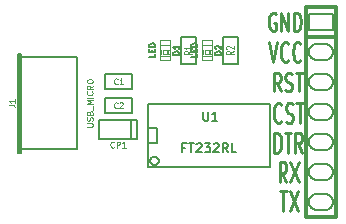
<source format=gto>
G04 (created by PCBNEW-RS274X (2012-jan-04)-stable) date Fri 25 Jan 2013 15:52:51 CET*
G01*
G70*
G90*
%MOIN*%
G04 Gerber Fmt 3.4, Leading zero omitted, Abs format*
%FSLAX34Y34*%
G04 APERTURE LIST*
%ADD10C,0.006000*%
%ADD11C,0.010100*%
%ADD12C,0.005000*%
%ADD13C,0.002600*%
%ADD14C,0.004000*%
%ADD15C,0.007900*%
%ADD16C,0.012000*%
%ADD17C,0.004500*%
%ADD18C,0.003900*%
%ADD19C,0.004700*%
G04 APERTURE END LIST*
G54D10*
G54D11*
X65082Y-42361D02*
X65063Y-42393D01*
X65005Y-42425D01*
X64967Y-42425D01*
X64910Y-42393D01*
X64871Y-42329D01*
X64852Y-42265D01*
X64833Y-42138D01*
X64833Y-42042D01*
X64852Y-41914D01*
X64871Y-41850D01*
X64910Y-41786D01*
X64967Y-41754D01*
X65005Y-41754D01*
X65063Y-41786D01*
X65082Y-41818D01*
X65236Y-42393D02*
X65293Y-42425D01*
X65389Y-42425D01*
X65428Y-42393D01*
X65447Y-42361D01*
X65466Y-42297D01*
X65466Y-42233D01*
X65447Y-42169D01*
X65428Y-42138D01*
X65389Y-42106D01*
X65313Y-42074D01*
X65274Y-42042D01*
X65255Y-42010D01*
X65236Y-41946D01*
X65236Y-41882D01*
X65255Y-41818D01*
X65274Y-41786D01*
X65313Y-41754D01*
X65408Y-41754D01*
X65466Y-41786D01*
X65581Y-41754D02*
X65812Y-41754D01*
X65697Y-42425D02*
X65697Y-41754D01*
X64843Y-43412D02*
X64843Y-42741D01*
X64939Y-42741D01*
X64996Y-42773D01*
X65035Y-42837D01*
X65054Y-42901D01*
X65073Y-43029D01*
X65073Y-43125D01*
X65054Y-43252D01*
X65035Y-43316D01*
X64996Y-43380D01*
X64939Y-43412D01*
X64843Y-43412D01*
X65188Y-42741D02*
X65419Y-42741D01*
X65304Y-43412D02*
X65304Y-42741D01*
X65783Y-43412D02*
X65649Y-43093D01*
X65553Y-43412D02*
X65553Y-42741D01*
X65706Y-42741D01*
X65745Y-42773D01*
X65764Y-42805D01*
X65783Y-42869D01*
X65783Y-42965D01*
X65764Y-43029D01*
X65745Y-43061D01*
X65706Y-43093D01*
X65553Y-43093D01*
X65033Y-44700D02*
X65264Y-44700D01*
X65149Y-45371D02*
X65149Y-44700D01*
X65360Y-44700D02*
X65628Y-45371D01*
X65628Y-44700D02*
X65360Y-45371D01*
X65251Y-44394D02*
X65117Y-44075D01*
X65021Y-44394D02*
X65021Y-43723D01*
X65174Y-43723D01*
X65213Y-43755D01*
X65232Y-43787D01*
X65251Y-43851D01*
X65251Y-43947D01*
X65232Y-44011D01*
X65213Y-44043D01*
X65174Y-44075D01*
X65021Y-44075D01*
X65386Y-43723D02*
X65654Y-44394D01*
X65654Y-43723D02*
X65386Y-44394D01*
X64683Y-39720D02*
X64818Y-40391D01*
X64952Y-39720D01*
X65316Y-40327D02*
X65297Y-40359D01*
X65239Y-40391D01*
X65201Y-40391D01*
X65144Y-40359D01*
X65105Y-40295D01*
X65086Y-40231D01*
X65067Y-40104D01*
X65067Y-40008D01*
X65086Y-39880D01*
X65105Y-39816D01*
X65144Y-39752D01*
X65201Y-39720D01*
X65239Y-39720D01*
X65297Y-39752D01*
X65316Y-39784D01*
X65719Y-40327D02*
X65700Y-40359D01*
X65642Y-40391D01*
X65604Y-40391D01*
X65547Y-40359D01*
X65508Y-40295D01*
X65489Y-40231D01*
X65470Y-40104D01*
X65470Y-40008D01*
X65489Y-39880D01*
X65508Y-39816D01*
X65547Y-39752D01*
X65604Y-39720D01*
X65642Y-39720D01*
X65700Y-39752D01*
X65719Y-39784D01*
X64893Y-38775D02*
X64855Y-38747D01*
X64797Y-38747D01*
X64740Y-38775D01*
X64701Y-38831D01*
X64682Y-38888D01*
X64663Y-39001D01*
X64663Y-39085D01*
X64682Y-39198D01*
X64701Y-39255D01*
X64740Y-39311D01*
X64797Y-39340D01*
X64835Y-39340D01*
X64893Y-39311D01*
X64912Y-39283D01*
X64912Y-39085D01*
X64835Y-39085D01*
X65085Y-39340D02*
X65085Y-38747D01*
X65315Y-39340D01*
X65315Y-38747D01*
X65507Y-39340D02*
X65507Y-38747D01*
X65603Y-38747D01*
X65660Y-38775D01*
X65699Y-38831D01*
X65718Y-38888D01*
X65737Y-39001D01*
X65737Y-39085D01*
X65718Y-39198D01*
X65699Y-39255D01*
X65660Y-39311D01*
X65603Y-39340D01*
X65507Y-39340D01*
X65059Y-41360D02*
X64925Y-41078D01*
X64829Y-41360D02*
X64829Y-40768D01*
X64982Y-40768D01*
X65021Y-40796D01*
X65040Y-40824D01*
X65059Y-40880D01*
X65059Y-40965D01*
X65040Y-41021D01*
X65021Y-41050D01*
X64982Y-41078D01*
X64829Y-41078D01*
X65213Y-41331D02*
X65270Y-41360D01*
X65366Y-41360D01*
X65405Y-41331D01*
X65424Y-41303D01*
X65443Y-41247D01*
X65443Y-41190D01*
X65424Y-41134D01*
X65405Y-41106D01*
X65366Y-41078D01*
X65290Y-41050D01*
X65251Y-41021D01*
X65232Y-40993D01*
X65213Y-40937D01*
X65213Y-40880D01*
X65232Y-40824D01*
X65251Y-40796D01*
X65290Y-40768D01*
X65385Y-40768D01*
X65443Y-40796D01*
X65558Y-40768D02*
X65789Y-40768D01*
X65674Y-41360D02*
X65674Y-40768D01*
G54D12*
X60993Y-43679D02*
X60990Y-43706D01*
X60982Y-43732D01*
X60969Y-43757D01*
X60952Y-43778D01*
X60930Y-43795D01*
X60906Y-43808D01*
X60880Y-43817D01*
X60852Y-43819D01*
X60826Y-43817D01*
X60800Y-43809D01*
X60775Y-43796D01*
X60754Y-43779D01*
X60736Y-43758D01*
X60723Y-43734D01*
X60715Y-43708D01*
X60712Y-43680D01*
X60714Y-43654D01*
X60721Y-43628D01*
X60734Y-43603D01*
X60751Y-43582D01*
X60772Y-43564D01*
X60796Y-43550D01*
X60822Y-43542D01*
X60850Y-43539D01*
X60876Y-43541D01*
X60902Y-43548D01*
X60927Y-43560D01*
X60949Y-43577D01*
X60967Y-43598D01*
X60980Y-43622D01*
X60989Y-43648D01*
X60992Y-43676D01*
X60993Y-43679D01*
X60652Y-42579D02*
X60952Y-42579D01*
X60952Y-42579D02*
X60952Y-43079D01*
X60952Y-43079D02*
X60652Y-43079D01*
X64702Y-43879D02*
X60652Y-43879D01*
X60652Y-41779D02*
X64702Y-41779D01*
X60652Y-41779D02*
X60652Y-43879D01*
X64702Y-41779D02*
X64702Y-43879D01*
X59200Y-40800D02*
X60100Y-40800D01*
X60100Y-40800D02*
X60100Y-41300D01*
X60100Y-41300D02*
X59200Y-41300D01*
X59200Y-41300D02*
X59200Y-40800D01*
X59200Y-41600D02*
X60100Y-41600D01*
X60100Y-41600D02*
X60100Y-42100D01*
X60100Y-42100D02*
X59200Y-42100D01*
X59200Y-42100D02*
X59200Y-41600D01*
G54D13*
X61377Y-40177D02*
X61023Y-40177D01*
X61023Y-40177D02*
X61023Y-40334D01*
X61377Y-40334D02*
X61023Y-40334D01*
X61377Y-40177D02*
X61377Y-40334D01*
X61377Y-39666D02*
X61023Y-39666D01*
X61023Y-39666D02*
X61023Y-39823D01*
X61377Y-39823D02*
X61023Y-39823D01*
X61377Y-39666D02*
X61377Y-39823D01*
X61377Y-40000D02*
X61318Y-40000D01*
X61318Y-40000D02*
X61318Y-40118D01*
X61377Y-40118D02*
X61318Y-40118D01*
X61377Y-40000D02*
X61377Y-40118D01*
X61082Y-40000D02*
X61023Y-40000D01*
X61023Y-40000D02*
X61023Y-40118D01*
X61082Y-40118D02*
X61023Y-40118D01*
X61082Y-40000D02*
X61082Y-40118D01*
X61259Y-40000D02*
X61141Y-40000D01*
X61141Y-40000D02*
X61141Y-40118D01*
X61259Y-40118D02*
X61141Y-40118D01*
X61259Y-40000D02*
X61259Y-40118D01*
G54D14*
X61357Y-40177D02*
X61357Y-39823D01*
X61043Y-40177D02*
X61043Y-39823D01*
G54D13*
X62777Y-40177D02*
X62423Y-40177D01*
X62423Y-40177D02*
X62423Y-40334D01*
X62777Y-40334D02*
X62423Y-40334D01*
X62777Y-40177D02*
X62777Y-40334D01*
X62777Y-39666D02*
X62423Y-39666D01*
X62423Y-39666D02*
X62423Y-39823D01*
X62777Y-39823D02*
X62423Y-39823D01*
X62777Y-39666D02*
X62777Y-39823D01*
X62777Y-40000D02*
X62718Y-40000D01*
X62718Y-40000D02*
X62718Y-40118D01*
X62777Y-40118D02*
X62718Y-40118D01*
X62777Y-40000D02*
X62777Y-40118D01*
X62482Y-40000D02*
X62423Y-40000D01*
X62423Y-40000D02*
X62423Y-40118D01*
X62482Y-40118D02*
X62423Y-40118D01*
X62482Y-40000D02*
X62482Y-40118D01*
X62659Y-40000D02*
X62541Y-40000D01*
X62541Y-40000D02*
X62541Y-40118D01*
X62659Y-40118D02*
X62541Y-40118D01*
X62659Y-40000D02*
X62659Y-40118D01*
G54D14*
X62757Y-40177D02*
X62757Y-39823D01*
X62443Y-40177D02*
X62443Y-39823D01*
G54D12*
X62250Y-39550D02*
X62250Y-40450D01*
X62250Y-40450D02*
X61750Y-40450D01*
X61750Y-40450D02*
X61750Y-39550D01*
X61750Y-39550D02*
X62250Y-39550D01*
X63150Y-40450D02*
X63150Y-39550D01*
X63150Y-39550D02*
X63650Y-39550D01*
X63650Y-39550D02*
X63650Y-40450D01*
X63650Y-40450D02*
X63150Y-40450D01*
G54D15*
X56353Y-40106D02*
X56353Y-43414D01*
X56313Y-40106D02*
X56313Y-43414D01*
X56313Y-43414D02*
X56392Y-43414D01*
X56392Y-43414D02*
X56392Y-40106D01*
X56392Y-40106D02*
X56313Y-40106D01*
X56313Y-40225D02*
X58282Y-40225D01*
X58282Y-40225D02*
X58282Y-43295D01*
X58282Y-43295D02*
X56313Y-43295D01*
G54D16*
X66900Y-39550D02*
X65900Y-39550D01*
X65900Y-38550D02*
X65900Y-45550D01*
X66900Y-45550D02*
X66900Y-38550D01*
X65900Y-38550D02*
X66900Y-38550D01*
X66900Y-45550D02*
X65900Y-45550D01*
G54D12*
X60086Y-42330D02*
X60086Y-42970D01*
X60280Y-42970D02*
X60280Y-42330D01*
X60280Y-42330D02*
X59020Y-42330D01*
X59020Y-42330D02*
X59020Y-42970D01*
X59020Y-42970D02*
X60280Y-42970D01*
G54D10*
X65997Y-38780D02*
X65997Y-39320D01*
X66803Y-39320D01*
X66803Y-38780D01*
X65997Y-38780D01*
X66533Y-39780D02*
X66267Y-39780D01*
X66533Y-40320D02*
X66267Y-40320D01*
X66267Y-39780D02*
X66244Y-39782D01*
X66221Y-39785D01*
X66198Y-39790D01*
X66175Y-39797D01*
X66153Y-39806D01*
X66133Y-39817D01*
X66113Y-39829D01*
X66094Y-39844D01*
X66077Y-39860D01*
X66061Y-39877D01*
X66046Y-39896D01*
X66034Y-39916D01*
X66023Y-39936D01*
X66014Y-39958D01*
X66007Y-39981D01*
X66002Y-40004D01*
X65999Y-40027D01*
X65997Y-40050D01*
X65999Y-40073D01*
X66002Y-40096D01*
X66007Y-40119D01*
X66014Y-40142D01*
X66023Y-40164D01*
X66034Y-40184D01*
X66046Y-40204D01*
X66061Y-40223D01*
X66077Y-40240D01*
X66094Y-40256D01*
X66113Y-40271D01*
X66133Y-40283D01*
X66153Y-40294D01*
X66175Y-40303D01*
X66198Y-40310D01*
X66221Y-40315D01*
X66244Y-40318D01*
X66267Y-40320D01*
X66533Y-40320D02*
X66556Y-40318D01*
X66579Y-40315D01*
X66602Y-40310D01*
X66625Y-40303D01*
X66647Y-40294D01*
X66668Y-40283D01*
X66687Y-40271D01*
X66706Y-40256D01*
X66723Y-40240D01*
X66739Y-40223D01*
X66754Y-40204D01*
X66766Y-40185D01*
X66777Y-40164D01*
X66786Y-40142D01*
X66793Y-40119D01*
X66798Y-40096D01*
X66801Y-40073D01*
X66803Y-40050D01*
X66801Y-40027D01*
X66798Y-40004D01*
X66793Y-39981D01*
X66786Y-39958D01*
X66777Y-39936D01*
X66766Y-39916D01*
X66754Y-39896D01*
X66739Y-39877D01*
X66723Y-39860D01*
X66706Y-39844D01*
X66687Y-39829D01*
X66667Y-39817D01*
X66647Y-39806D01*
X66625Y-39797D01*
X66602Y-39790D01*
X66579Y-39785D01*
X66556Y-39782D01*
X66533Y-39780D01*
X66533Y-40780D02*
X66267Y-40780D01*
X66533Y-41320D02*
X66267Y-41320D01*
X66267Y-40780D02*
X66244Y-40782D01*
X66221Y-40785D01*
X66198Y-40790D01*
X66175Y-40797D01*
X66153Y-40806D01*
X66133Y-40817D01*
X66113Y-40829D01*
X66094Y-40844D01*
X66077Y-40860D01*
X66061Y-40877D01*
X66046Y-40896D01*
X66034Y-40916D01*
X66023Y-40936D01*
X66014Y-40958D01*
X66007Y-40981D01*
X66002Y-41004D01*
X65999Y-41027D01*
X65997Y-41050D01*
X65999Y-41073D01*
X66002Y-41096D01*
X66007Y-41119D01*
X66014Y-41142D01*
X66023Y-41164D01*
X66034Y-41184D01*
X66046Y-41204D01*
X66061Y-41223D01*
X66077Y-41240D01*
X66094Y-41256D01*
X66113Y-41271D01*
X66133Y-41283D01*
X66153Y-41294D01*
X66175Y-41303D01*
X66198Y-41310D01*
X66221Y-41315D01*
X66244Y-41318D01*
X66267Y-41320D01*
X66533Y-41320D02*
X66556Y-41318D01*
X66579Y-41315D01*
X66602Y-41310D01*
X66625Y-41303D01*
X66647Y-41294D01*
X66668Y-41283D01*
X66687Y-41271D01*
X66706Y-41256D01*
X66723Y-41240D01*
X66739Y-41223D01*
X66754Y-41204D01*
X66766Y-41185D01*
X66777Y-41164D01*
X66786Y-41142D01*
X66793Y-41119D01*
X66798Y-41096D01*
X66801Y-41073D01*
X66803Y-41050D01*
X66801Y-41027D01*
X66798Y-41004D01*
X66793Y-40981D01*
X66786Y-40958D01*
X66777Y-40936D01*
X66766Y-40916D01*
X66754Y-40896D01*
X66739Y-40877D01*
X66723Y-40860D01*
X66706Y-40844D01*
X66687Y-40829D01*
X66667Y-40817D01*
X66647Y-40806D01*
X66625Y-40797D01*
X66602Y-40790D01*
X66579Y-40785D01*
X66556Y-40782D01*
X66533Y-40780D01*
X66533Y-41780D02*
X66267Y-41780D01*
X66533Y-42320D02*
X66267Y-42320D01*
X66267Y-41780D02*
X66244Y-41782D01*
X66221Y-41785D01*
X66198Y-41790D01*
X66175Y-41797D01*
X66153Y-41806D01*
X66133Y-41817D01*
X66113Y-41829D01*
X66094Y-41844D01*
X66077Y-41860D01*
X66061Y-41877D01*
X66046Y-41896D01*
X66034Y-41916D01*
X66023Y-41936D01*
X66014Y-41958D01*
X66007Y-41981D01*
X66002Y-42004D01*
X65999Y-42027D01*
X65997Y-42050D01*
X65999Y-42073D01*
X66002Y-42096D01*
X66007Y-42119D01*
X66014Y-42142D01*
X66023Y-42164D01*
X66034Y-42184D01*
X66046Y-42204D01*
X66061Y-42223D01*
X66077Y-42240D01*
X66094Y-42256D01*
X66113Y-42271D01*
X66133Y-42283D01*
X66153Y-42294D01*
X66175Y-42303D01*
X66198Y-42310D01*
X66221Y-42315D01*
X66244Y-42318D01*
X66267Y-42320D01*
X66533Y-42320D02*
X66556Y-42318D01*
X66579Y-42315D01*
X66602Y-42310D01*
X66625Y-42303D01*
X66647Y-42294D01*
X66668Y-42283D01*
X66687Y-42271D01*
X66706Y-42256D01*
X66723Y-42240D01*
X66739Y-42223D01*
X66754Y-42204D01*
X66766Y-42185D01*
X66777Y-42164D01*
X66786Y-42142D01*
X66793Y-42119D01*
X66798Y-42096D01*
X66801Y-42073D01*
X66803Y-42050D01*
X66801Y-42027D01*
X66798Y-42004D01*
X66793Y-41981D01*
X66786Y-41958D01*
X66777Y-41936D01*
X66766Y-41916D01*
X66754Y-41896D01*
X66739Y-41877D01*
X66723Y-41860D01*
X66706Y-41844D01*
X66687Y-41829D01*
X66667Y-41817D01*
X66647Y-41806D01*
X66625Y-41797D01*
X66602Y-41790D01*
X66579Y-41785D01*
X66556Y-41782D01*
X66533Y-41780D01*
X66533Y-42780D02*
X66267Y-42780D01*
X66533Y-43320D02*
X66267Y-43320D01*
X66267Y-42780D02*
X66244Y-42782D01*
X66221Y-42785D01*
X66198Y-42790D01*
X66175Y-42797D01*
X66153Y-42806D01*
X66133Y-42817D01*
X66113Y-42829D01*
X66094Y-42844D01*
X66077Y-42860D01*
X66061Y-42877D01*
X66046Y-42896D01*
X66034Y-42916D01*
X66023Y-42936D01*
X66014Y-42958D01*
X66007Y-42981D01*
X66002Y-43004D01*
X65999Y-43027D01*
X65997Y-43050D01*
X65999Y-43073D01*
X66002Y-43096D01*
X66007Y-43119D01*
X66014Y-43142D01*
X66023Y-43164D01*
X66034Y-43184D01*
X66046Y-43204D01*
X66061Y-43223D01*
X66077Y-43240D01*
X66094Y-43256D01*
X66113Y-43271D01*
X66133Y-43283D01*
X66153Y-43294D01*
X66175Y-43303D01*
X66198Y-43310D01*
X66221Y-43315D01*
X66244Y-43318D01*
X66267Y-43320D01*
X66533Y-43320D02*
X66556Y-43318D01*
X66579Y-43315D01*
X66602Y-43310D01*
X66625Y-43303D01*
X66647Y-43294D01*
X66668Y-43283D01*
X66687Y-43271D01*
X66706Y-43256D01*
X66723Y-43240D01*
X66739Y-43223D01*
X66754Y-43204D01*
X66766Y-43185D01*
X66777Y-43164D01*
X66786Y-43142D01*
X66793Y-43119D01*
X66798Y-43096D01*
X66801Y-43073D01*
X66803Y-43050D01*
X66801Y-43027D01*
X66798Y-43004D01*
X66793Y-42981D01*
X66786Y-42958D01*
X66777Y-42936D01*
X66766Y-42916D01*
X66754Y-42896D01*
X66739Y-42877D01*
X66723Y-42860D01*
X66706Y-42844D01*
X66687Y-42829D01*
X66667Y-42817D01*
X66647Y-42806D01*
X66625Y-42797D01*
X66602Y-42790D01*
X66579Y-42785D01*
X66556Y-42782D01*
X66533Y-42780D01*
X66533Y-43780D02*
X66267Y-43780D01*
X66533Y-44320D02*
X66267Y-44320D01*
X66267Y-43780D02*
X66244Y-43782D01*
X66221Y-43785D01*
X66198Y-43790D01*
X66175Y-43797D01*
X66153Y-43806D01*
X66133Y-43817D01*
X66113Y-43829D01*
X66094Y-43844D01*
X66077Y-43860D01*
X66061Y-43877D01*
X66046Y-43896D01*
X66034Y-43916D01*
X66023Y-43936D01*
X66014Y-43958D01*
X66007Y-43981D01*
X66002Y-44004D01*
X65999Y-44027D01*
X65997Y-44050D01*
X65999Y-44073D01*
X66002Y-44096D01*
X66007Y-44119D01*
X66014Y-44142D01*
X66023Y-44164D01*
X66034Y-44184D01*
X66046Y-44204D01*
X66061Y-44223D01*
X66077Y-44240D01*
X66094Y-44256D01*
X66113Y-44271D01*
X66133Y-44283D01*
X66153Y-44294D01*
X66175Y-44303D01*
X66198Y-44310D01*
X66221Y-44315D01*
X66244Y-44318D01*
X66267Y-44320D01*
X66533Y-44320D02*
X66556Y-44318D01*
X66579Y-44315D01*
X66602Y-44310D01*
X66625Y-44303D01*
X66647Y-44294D01*
X66668Y-44283D01*
X66687Y-44271D01*
X66706Y-44256D01*
X66723Y-44240D01*
X66739Y-44223D01*
X66754Y-44204D01*
X66766Y-44185D01*
X66777Y-44164D01*
X66786Y-44142D01*
X66793Y-44119D01*
X66798Y-44096D01*
X66801Y-44073D01*
X66803Y-44050D01*
X66801Y-44027D01*
X66798Y-44004D01*
X66793Y-43981D01*
X66786Y-43958D01*
X66777Y-43936D01*
X66766Y-43916D01*
X66754Y-43896D01*
X66739Y-43877D01*
X66723Y-43860D01*
X66706Y-43844D01*
X66687Y-43829D01*
X66667Y-43817D01*
X66647Y-43806D01*
X66625Y-43797D01*
X66602Y-43790D01*
X66579Y-43785D01*
X66556Y-43782D01*
X66533Y-43780D01*
X66533Y-44780D02*
X66267Y-44780D01*
X66533Y-45320D02*
X66267Y-45320D01*
X66267Y-44780D02*
X66244Y-44782D01*
X66221Y-44785D01*
X66198Y-44790D01*
X66175Y-44797D01*
X66153Y-44806D01*
X66133Y-44817D01*
X66113Y-44829D01*
X66094Y-44844D01*
X66077Y-44860D01*
X66061Y-44877D01*
X66046Y-44896D01*
X66034Y-44916D01*
X66023Y-44936D01*
X66014Y-44958D01*
X66007Y-44981D01*
X66002Y-45004D01*
X65999Y-45027D01*
X65997Y-45050D01*
X65999Y-45073D01*
X66002Y-45096D01*
X66007Y-45119D01*
X66014Y-45142D01*
X66023Y-45164D01*
X66034Y-45184D01*
X66046Y-45204D01*
X66061Y-45223D01*
X66077Y-45240D01*
X66094Y-45256D01*
X66113Y-45271D01*
X66133Y-45283D01*
X66153Y-45294D01*
X66175Y-45303D01*
X66198Y-45310D01*
X66221Y-45315D01*
X66244Y-45318D01*
X66267Y-45320D01*
X66533Y-45320D02*
X66556Y-45318D01*
X66579Y-45315D01*
X66602Y-45310D01*
X66625Y-45303D01*
X66647Y-45294D01*
X66668Y-45283D01*
X66687Y-45271D01*
X66706Y-45256D01*
X66723Y-45240D01*
X66739Y-45223D01*
X66754Y-45204D01*
X66766Y-45185D01*
X66777Y-45164D01*
X66786Y-45142D01*
X66793Y-45119D01*
X66798Y-45096D01*
X66801Y-45073D01*
X66803Y-45050D01*
X66801Y-45027D01*
X66798Y-45004D01*
X66793Y-44981D01*
X66786Y-44958D01*
X66777Y-44936D01*
X66766Y-44916D01*
X66754Y-44896D01*
X66739Y-44877D01*
X66723Y-44860D01*
X66706Y-44844D01*
X66687Y-44829D01*
X66667Y-44817D01*
X66647Y-44806D01*
X66625Y-44797D01*
X66602Y-44790D01*
X66579Y-44785D01*
X66556Y-44782D01*
X66533Y-44780D01*
G54D12*
X62473Y-42050D02*
X62473Y-42293D01*
X62488Y-42322D01*
X62502Y-42336D01*
X62531Y-42350D01*
X62588Y-42350D01*
X62616Y-42336D01*
X62631Y-42322D01*
X62645Y-42293D01*
X62645Y-42050D01*
X62945Y-42350D02*
X62773Y-42350D01*
X62859Y-42350D02*
X62859Y-42050D01*
X62830Y-42093D01*
X62802Y-42122D01*
X62773Y-42136D01*
X61880Y-43243D02*
X61780Y-43243D01*
X61780Y-43400D02*
X61780Y-43100D01*
X61923Y-43100D01*
X61995Y-43100D02*
X62166Y-43100D01*
X62080Y-43400D02*
X62080Y-43100D01*
X62252Y-43129D02*
X62266Y-43115D01*
X62295Y-43100D01*
X62366Y-43100D01*
X62395Y-43115D01*
X62409Y-43129D01*
X62424Y-43158D01*
X62424Y-43186D01*
X62409Y-43229D01*
X62238Y-43400D01*
X62424Y-43400D01*
X62524Y-43100D02*
X62710Y-43100D01*
X62610Y-43215D01*
X62652Y-43215D01*
X62681Y-43229D01*
X62695Y-43243D01*
X62710Y-43272D01*
X62710Y-43343D01*
X62695Y-43372D01*
X62681Y-43386D01*
X62652Y-43400D01*
X62567Y-43400D01*
X62538Y-43386D01*
X62524Y-43372D01*
X62824Y-43129D02*
X62838Y-43115D01*
X62867Y-43100D01*
X62938Y-43100D01*
X62967Y-43115D01*
X62981Y-43129D01*
X62996Y-43158D01*
X62996Y-43186D01*
X62981Y-43229D01*
X62810Y-43400D01*
X62996Y-43400D01*
X63296Y-43400D02*
X63196Y-43258D01*
X63124Y-43400D02*
X63124Y-43100D01*
X63239Y-43100D01*
X63267Y-43115D01*
X63282Y-43129D01*
X63296Y-43158D01*
X63296Y-43200D01*
X63282Y-43229D01*
X63267Y-43243D01*
X63239Y-43258D01*
X63124Y-43258D01*
X63567Y-43400D02*
X63424Y-43400D01*
X63424Y-43100D01*
G54D17*
X59621Y-41112D02*
X59612Y-41121D01*
X59586Y-41131D01*
X59569Y-41131D01*
X59544Y-41121D01*
X59526Y-41102D01*
X59518Y-41083D01*
X59509Y-41045D01*
X59509Y-41017D01*
X59518Y-40979D01*
X59526Y-40960D01*
X59544Y-40940D01*
X59569Y-40931D01*
X59586Y-40931D01*
X59612Y-40940D01*
X59621Y-40950D01*
X59792Y-41131D02*
X59689Y-41131D01*
X59741Y-41131D02*
X59741Y-40931D01*
X59724Y-40960D01*
X59706Y-40979D01*
X59689Y-40988D01*
X59621Y-41912D02*
X59612Y-41921D01*
X59586Y-41931D01*
X59569Y-41931D01*
X59544Y-41921D01*
X59526Y-41902D01*
X59518Y-41883D01*
X59509Y-41845D01*
X59509Y-41817D01*
X59518Y-41779D01*
X59526Y-41760D01*
X59544Y-41740D01*
X59569Y-41731D01*
X59586Y-41731D01*
X59612Y-41740D01*
X59621Y-41750D01*
X59689Y-41750D02*
X59698Y-41740D01*
X59715Y-41731D01*
X59758Y-41731D01*
X59775Y-41740D01*
X59784Y-41750D01*
X59792Y-41769D01*
X59792Y-41788D01*
X59784Y-41817D01*
X59681Y-41931D01*
X59792Y-41931D01*
G54D12*
X61681Y-40147D02*
X61481Y-40147D01*
X61481Y-40100D01*
X61490Y-40071D01*
X61510Y-40052D01*
X61529Y-40043D01*
X61567Y-40033D01*
X61595Y-40033D01*
X61633Y-40043D01*
X61652Y-40052D01*
X61671Y-40071D01*
X61681Y-40100D01*
X61681Y-40147D01*
X61681Y-39843D02*
X61681Y-39957D01*
X61681Y-39900D02*
X61481Y-39900D01*
X61510Y-39919D01*
X61529Y-39938D01*
X61538Y-39957D01*
X60881Y-40128D02*
X60881Y-40223D01*
X60681Y-40223D01*
X60776Y-40061D02*
X60776Y-39995D01*
X60881Y-39966D02*
X60881Y-40061D01*
X60681Y-40061D01*
X60681Y-39966D01*
X60881Y-39880D02*
X60681Y-39880D01*
X60681Y-39833D01*
X60690Y-39804D01*
X60710Y-39785D01*
X60729Y-39776D01*
X60767Y-39766D01*
X60795Y-39766D01*
X60833Y-39776D01*
X60852Y-39785D01*
X60871Y-39804D01*
X60881Y-39833D01*
X60881Y-39880D01*
X63081Y-40147D02*
X62881Y-40147D01*
X62881Y-40100D01*
X62890Y-40071D01*
X62910Y-40052D01*
X62929Y-40043D01*
X62967Y-40033D01*
X62995Y-40033D01*
X63033Y-40043D01*
X63052Y-40052D01*
X63071Y-40071D01*
X63081Y-40100D01*
X63081Y-40147D01*
X62900Y-39957D02*
X62890Y-39947D01*
X62881Y-39928D01*
X62881Y-39881D01*
X62890Y-39862D01*
X62900Y-39852D01*
X62919Y-39843D01*
X62938Y-39843D01*
X62967Y-39852D01*
X63081Y-39966D01*
X63081Y-39843D01*
X62281Y-40128D02*
X62281Y-40223D01*
X62081Y-40223D01*
X62176Y-40061D02*
X62176Y-39995D01*
X62281Y-39966D02*
X62281Y-40061D01*
X62081Y-40061D01*
X62081Y-39966D01*
X62281Y-39880D02*
X62081Y-39880D01*
X62081Y-39833D01*
X62090Y-39804D01*
X62110Y-39785D01*
X62129Y-39776D01*
X62167Y-39766D01*
X62195Y-39766D01*
X62233Y-39776D01*
X62252Y-39785D01*
X62271Y-39804D01*
X62281Y-39833D01*
X62281Y-39880D01*
G54D17*
X62113Y-40029D02*
X61980Y-40089D01*
X62113Y-40132D02*
X61833Y-40132D01*
X61833Y-40064D01*
X61847Y-40046D01*
X61860Y-40038D01*
X61887Y-40029D01*
X61927Y-40029D01*
X61953Y-40038D01*
X61967Y-40046D01*
X61980Y-40064D01*
X61980Y-40132D01*
X62113Y-39858D02*
X62113Y-39961D01*
X62113Y-39909D02*
X61833Y-39909D01*
X61873Y-39926D01*
X61900Y-39944D01*
X61913Y-39961D01*
X63513Y-40029D02*
X63380Y-40089D01*
X63513Y-40132D02*
X63233Y-40132D01*
X63233Y-40064D01*
X63247Y-40046D01*
X63260Y-40038D01*
X63287Y-40029D01*
X63327Y-40029D01*
X63353Y-40038D01*
X63367Y-40046D01*
X63380Y-40064D01*
X63380Y-40132D01*
X63260Y-39961D02*
X63247Y-39952D01*
X63233Y-39935D01*
X63233Y-39892D01*
X63247Y-39875D01*
X63260Y-39866D01*
X63287Y-39858D01*
X63313Y-39858D01*
X63353Y-39866D01*
X63513Y-39969D01*
X63513Y-39858D01*
G54D18*
X55998Y-41826D02*
X56139Y-41826D01*
X56167Y-41835D01*
X56186Y-41854D01*
X56195Y-41882D01*
X56195Y-41901D01*
X56195Y-41629D02*
X56195Y-41741D01*
X56195Y-41685D02*
X55998Y-41685D01*
X56026Y-41704D01*
X56045Y-41723D01*
X56055Y-41741D01*
X58597Y-42543D02*
X58757Y-42543D01*
X58775Y-42534D01*
X58785Y-42524D01*
X58794Y-42506D01*
X58794Y-42468D01*
X58785Y-42449D01*
X58775Y-42440D01*
X58757Y-42431D01*
X58597Y-42431D01*
X58785Y-42346D02*
X58794Y-42318D01*
X58794Y-42271D01*
X58785Y-42253D01*
X58775Y-42243D01*
X58757Y-42234D01*
X58738Y-42234D01*
X58719Y-42243D01*
X58710Y-42253D01*
X58700Y-42271D01*
X58691Y-42309D01*
X58682Y-42328D01*
X58672Y-42337D01*
X58654Y-42346D01*
X58635Y-42346D01*
X58616Y-42337D01*
X58607Y-42328D01*
X58597Y-42309D01*
X58597Y-42262D01*
X58607Y-42234D01*
X58691Y-42083D02*
X58700Y-42055D01*
X58710Y-42046D01*
X58729Y-42037D01*
X58757Y-42037D01*
X58775Y-42046D01*
X58785Y-42055D01*
X58794Y-42074D01*
X58794Y-42149D01*
X58597Y-42149D01*
X58597Y-42083D01*
X58607Y-42065D01*
X58616Y-42055D01*
X58635Y-42046D01*
X58654Y-42046D01*
X58672Y-42055D01*
X58682Y-42065D01*
X58691Y-42083D01*
X58691Y-42149D01*
X58813Y-41999D02*
X58813Y-41849D01*
X58794Y-41802D02*
X58597Y-41802D01*
X58738Y-41736D01*
X58597Y-41671D01*
X58794Y-41671D01*
X58794Y-41577D02*
X58597Y-41577D01*
X58775Y-41371D02*
X58785Y-41380D01*
X58794Y-41408D01*
X58794Y-41427D01*
X58785Y-41455D01*
X58766Y-41474D01*
X58747Y-41483D01*
X58710Y-41492D01*
X58682Y-41492D01*
X58644Y-41483D01*
X58625Y-41474D01*
X58607Y-41455D01*
X58597Y-41427D01*
X58597Y-41408D01*
X58607Y-41380D01*
X58616Y-41371D01*
X58794Y-41174D02*
X58700Y-41239D01*
X58794Y-41286D02*
X58597Y-41286D01*
X58597Y-41211D01*
X58607Y-41192D01*
X58616Y-41183D01*
X58635Y-41174D01*
X58663Y-41174D01*
X58682Y-41183D01*
X58691Y-41192D01*
X58700Y-41211D01*
X58700Y-41286D01*
X58597Y-41052D02*
X58597Y-41014D01*
X58607Y-40995D01*
X58625Y-40977D01*
X58663Y-40967D01*
X58729Y-40967D01*
X58766Y-40977D01*
X58785Y-40995D01*
X58794Y-41014D01*
X58794Y-41052D01*
X58785Y-41070D01*
X58766Y-41089D01*
X58729Y-41098D01*
X58663Y-41098D01*
X58625Y-41089D01*
X58607Y-41070D01*
X58597Y-41052D01*
G54D19*
X59508Y-43220D02*
X59499Y-43230D01*
X59471Y-43239D01*
X59452Y-43239D01*
X59424Y-43230D01*
X59405Y-43211D01*
X59396Y-43192D01*
X59387Y-43155D01*
X59387Y-43127D01*
X59396Y-43089D01*
X59405Y-43070D01*
X59424Y-43052D01*
X59452Y-43042D01*
X59471Y-43042D01*
X59499Y-43052D01*
X59508Y-43061D01*
X59593Y-43239D02*
X59593Y-43042D01*
X59668Y-43042D01*
X59687Y-43052D01*
X59696Y-43061D01*
X59705Y-43080D01*
X59705Y-43108D01*
X59696Y-43127D01*
X59687Y-43136D01*
X59668Y-43145D01*
X59593Y-43145D01*
X59893Y-43239D02*
X59781Y-43239D01*
X59837Y-43239D02*
X59837Y-43042D01*
X59818Y-43070D01*
X59799Y-43089D01*
X59781Y-43099D01*
M02*

</source>
